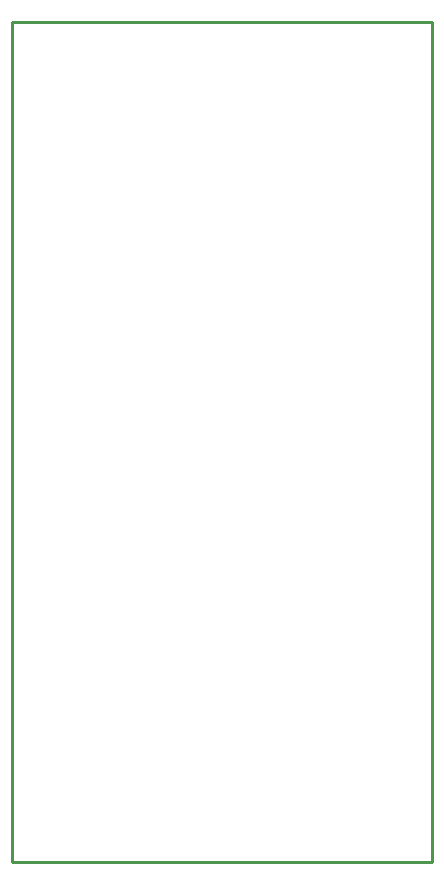
<source format=gbr>
G04 start of page 4 for group 2 idx 2 *
G04 Title: (unknown), outline *
G04 Creator: pcb 20140316 *
G04 CreationDate: Wed 01 Aug 2018 03:37:01 PM GMT UTC *
G04 For: railfan *
G04 Format: Gerber/RS-274X *
G04 PCB-Dimensions (mil): 1400.00 2800.00 *
G04 PCB-Coordinate-Origin: lower left *
%MOIN*%
%FSLAX25Y25*%
%LNOUTLINE*%
%ADD53C,0.0100*%
G54D53*X140000Y280000D02*Y0D01*
X0D01*
Y280000D01*
X140000D01*
M02*

</source>
